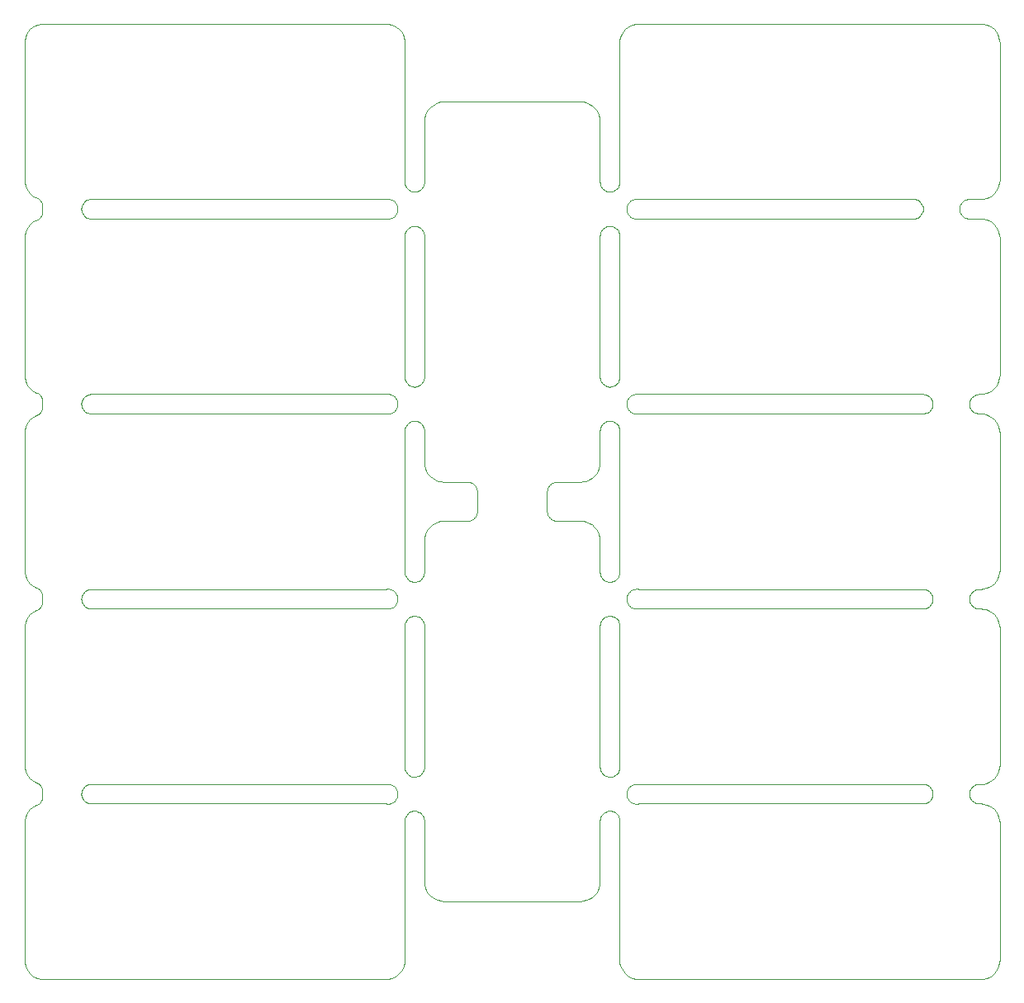
<source format=gko>
%MOIN*%
%OFA0B0*%
%FSLAX44Y44*%
%IPPOS*%
%LPD*%
%ADD10C,0*%
D10*
X00016141Y00029988D02*
X00016141Y00029988D01*
X00016141Y00024341D01*
X00016141Y00024337D01*
X00016141Y00024333D01*
X00016141Y00024330D01*
X00016141Y00024326D01*
X00016141Y00024322D01*
X00016141Y00024318D01*
X00016140Y00024314D01*
X00016140Y00024310D01*
X00016140Y00024306D01*
X00016139Y00024302D01*
X00016139Y00024298D01*
X00016138Y00024294D01*
X00016138Y00024290D01*
X00016137Y00024286D01*
X00016137Y00024282D01*
X00016136Y00024278D01*
X00016136Y00024275D01*
X00016135Y00024271D01*
X00016134Y00024267D01*
X00016133Y00024263D01*
X00016127Y00024230D01*
X00016110Y00024173D01*
X00016086Y00024119D01*
X00016053Y00024069D01*
X00016014Y00024025D01*
X00015968Y00023987D01*
X00015917Y00023957D01*
X00015862Y00023934D01*
X00015804Y00023920D01*
X00015745Y00023915D01*
X00015686Y00023919D01*
X00015628Y00023931D01*
X00015573Y00023953D01*
X00015521Y00023982D01*
X00015474Y00024019D01*
X00015434Y00024062D01*
X00015400Y00024111D01*
X00015374Y00024165D01*
X00015357Y00024221D01*
X00015348Y00024280D01*
X00015348Y00024339D01*
X00015354Y00024409D01*
X00015354Y00029921D01*
X00015348Y00029990D01*
X00015348Y00030050D01*
X00015357Y00030108D01*
X00015374Y00030165D01*
X00015400Y00030219D01*
X00015434Y00030268D01*
X00015474Y00030311D01*
X00015521Y00030348D01*
X00015573Y00030377D01*
X00015628Y00030398D01*
X00015686Y00030411D01*
X00015745Y00030415D01*
X00015804Y00030410D01*
X00015862Y00030396D01*
X00015917Y00030373D01*
X00015968Y00030343D01*
X00016014Y00030305D01*
X00016053Y00030261D01*
X00016086Y00030211D01*
X00016110Y00030157D01*
X00016127Y00030100D01*
X00016133Y00030067D01*
X00016134Y00030063D01*
X00016135Y00030059D01*
X00016136Y00030055D01*
X00016136Y00030051D01*
X00016137Y00030047D01*
X00016137Y00030043D01*
X00016138Y00030040D01*
X00016138Y00030036D01*
X00016139Y00030032D01*
X00016139Y00030028D01*
X00016140Y00030024D01*
X00016140Y00030020D01*
X00016140Y00030016D01*
X00016141Y00030012D01*
X00016141Y00030008D01*
X00016141Y00030004D01*
X00016141Y00030000D01*
X00016141Y00029996D01*
X00016141Y00029992D01*
X00016141Y00029988D01*
X00024733Y00014955D02*
X00024733Y00014955D01*
X00024701Y00014953D01*
X00024668Y00014955D01*
X00024636Y00014959D01*
X00024604Y00014966D01*
X00024573Y00014975D01*
X00024543Y00014987D01*
X00024514Y00015001D01*
X00024486Y00015018D01*
X00024460Y00015037D01*
X00024435Y00015058D01*
X00024412Y00015081D01*
X00024391Y00015106D01*
X00024372Y00015132D01*
X00024356Y00015160D01*
X00024342Y00015189D01*
X00024330Y00015219D01*
X00024321Y00015250D01*
X00024314Y00015282D01*
X00024310Y00015314D01*
X00024309Y00015347D01*
X00024309Y00015360D01*
X00024310Y00015393D01*
X00024314Y00015425D01*
X00024320Y00015457D01*
X00024330Y00015488D01*
X00024341Y00015518D01*
X00024356Y00015547D01*
X00024372Y00015575D01*
X00024391Y00015602D01*
X00024412Y00015627D01*
X00024435Y00015650D01*
X00024460Y00015671D01*
X00024486Y00015690D01*
X00024514Y00015706D01*
X00024543Y00015721D01*
X00024573Y00015732D01*
X00024604Y00015742D01*
X00024636Y00015749D01*
X00024668Y00015753D01*
X00024701Y00015754D01*
X00024733Y00015753D01*
X00024803Y00015748D01*
X00036271Y00015748D01*
X00036271Y00015748D01*
X00036332Y00015743D01*
X00036392Y00015728D01*
X00036450Y00015705D01*
X00036502Y00015672D01*
X00036549Y00015632D01*
X00036589Y00015585D01*
X00036622Y00015533D01*
X00036645Y00015475D01*
X00036660Y00015415D01*
X00036665Y00015354D01*
X00036660Y00015292D01*
X00036645Y00015232D01*
X00036622Y00015175D01*
X00036589Y00015122D01*
X00036549Y00015075D01*
X00036502Y00015035D01*
X00036450Y00015003D01*
X00036392Y00014979D01*
X00036332Y00014965D01*
X00036271Y00014960D01*
X00024803Y00014960D01*
X00024733Y00014955D01*
X00014636Y00015753D02*
X00014636Y00015753D01*
X00014668Y00015754D01*
X00014701Y00015753D01*
X00014733Y00015749D01*
X00014765Y00015742D01*
X00014796Y00015732D01*
X00014826Y00015721D01*
X00014855Y00015706D01*
X00014883Y00015690D01*
X00014909Y00015671D01*
X00014934Y00015650D01*
X00014957Y00015627D01*
X00014978Y00015602D01*
X00014997Y00015575D01*
X00015013Y00015547D01*
X00015028Y00015518D01*
X00015039Y00015488D01*
X00015049Y00015457D01*
X00015055Y00015425D01*
X00015059Y00015393D01*
X00015061Y00015360D01*
X00015061Y00015347D01*
X00015059Y00015314D01*
X00015055Y00015282D01*
X00015048Y00015250D01*
X00015039Y00015219D01*
X00015027Y00015189D01*
X00015013Y00015160D01*
X00014997Y00015132D01*
X00014978Y00015106D01*
X00014957Y00015081D01*
X00014934Y00015058D01*
X00014909Y00015037D01*
X00014883Y00015018D01*
X00014855Y00015001D01*
X00014826Y00014987D01*
X00014796Y00014975D01*
X00014765Y00014966D01*
X00014733Y00014959D01*
X00014701Y00014955D01*
X00014668Y00014953D01*
X00014636Y00014955D01*
X00014566Y00014960D01*
X00002688Y00014960D01*
X00002626Y00014965D01*
X00002566Y00014979D01*
X00002509Y00015003D01*
X00002456Y00015035D01*
X00002409Y00015075D01*
X00002369Y00015122D01*
X00002337Y00015175D01*
X00002313Y00015232D01*
X00002299Y00015292D01*
X00002294Y00015354D01*
X00002299Y00015415D01*
X00002313Y00015475D01*
X00002337Y00015533D01*
X00002369Y00015585D01*
X00002409Y00015632D01*
X00002456Y00015672D01*
X00002509Y00015705D01*
X00002566Y00015728D01*
X00002626Y00015743D01*
X00002688Y00015748D01*
X00002688Y00015748D01*
X00014566Y00015748D01*
X00014636Y00015753D01*
X00024733Y00022829D02*
X00024733Y00022829D01*
X00024701Y00022827D01*
X00024668Y00022829D01*
X00024636Y00022833D01*
X00024604Y00022840D01*
X00024573Y00022849D01*
X00024543Y00022861D01*
X00024514Y00022875D01*
X00024486Y00022892D01*
X00024460Y00022911D01*
X00024435Y00022932D01*
X00024412Y00022955D01*
X00024391Y00022980D01*
X00024372Y00023006D01*
X00024356Y00023034D01*
X00024342Y00023063D01*
X00024330Y00023093D01*
X00024321Y00023125D01*
X00024314Y00023156D01*
X00024310Y00023188D01*
X00024309Y00023221D01*
X00024309Y00023234D01*
X00024310Y00023267D01*
X00024314Y00023299D01*
X00024320Y00023331D01*
X00024330Y00023362D01*
X00024341Y00023392D01*
X00024356Y00023421D01*
X00024372Y00023449D01*
X00024391Y00023476D01*
X00024412Y00023501D01*
X00024435Y00023524D01*
X00024460Y00023545D01*
X00024486Y00023564D01*
X00024514Y00023580D01*
X00024543Y00023595D01*
X00024573Y00023606D01*
X00024604Y00023616D01*
X00024636Y00023623D01*
X00024668Y00023627D01*
X00024701Y00023628D01*
X00024733Y00023627D01*
X00024803Y00023622D01*
X00036271Y00023622D01*
X00036271Y00023622D01*
X00036332Y00023617D01*
X00036392Y00023602D01*
X00036450Y00023579D01*
X00036502Y00023546D01*
X00036549Y00023506D01*
X00036589Y00023459D01*
X00036622Y00023407D01*
X00036645Y00023350D01*
X00036660Y00023289D01*
X00036665Y00023228D01*
X00036660Y00023166D01*
X00036645Y00023106D01*
X00036622Y00023049D01*
X00036589Y00022996D01*
X00036549Y00022949D01*
X00036502Y00022909D01*
X00036450Y00022877D01*
X00036392Y00022853D01*
X00036332Y00022839D01*
X00036271Y00022834D01*
X00024803Y00022834D01*
X00024733Y00022829D01*
X00023228Y00022114D02*
X00023228Y00022114D01*
X00023228Y00022118D01*
X00023228Y00022122D01*
X00023228Y00022126D01*
X00023228Y00022130D01*
X00023228Y00022134D01*
X00023229Y00022138D01*
X00023229Y00022142D01*
X00023229Y00022146D01*
X00023229Y00022150D01*
X00023230Y00022154D01*
X00023230Y00022158D01*
X00023231Y00022162D01*
X00023231Y00022166D01*
X00023232Y00022169D01*
X00023232Y00022173D01*
X00023233Y00022177D01*
X00023234Y00022181D01*
X00023234Y00022185D01*
X00023235Y00022189D01*
X00023236Y00022193D01*
X00023242Y00022226D01*
X00023259Y00022283D01*
X00023283Y00022337D01*
X00023316Y00022387D01*
X00023355Y00022431D01*
X00023401Y00022469D01*
X00023452Y00022499D01*
X00023507Y00022522D01*
X00023565Y00022536D01*
X00023624Y00022541D01*
X00023683Y00022537D01*
X00023741Y00022524D01*
X00023796Y00022503D01*
X00023848Y00022474D01*
X00023895Y00022437D01*
X00023935Y00022394D01*
X00023969Y00022345D01*
X00023995Y00022291D01*
X00024012Y00022234D01*
X00024021Y00022176D01*
X00024021Y00022116D01*
X00024015Y00022047D01*
X00024015Y00016535D01*
X00024021Y00016465D01*
X00024021Y00016406D01*
X00024012Y00016347D01*
X00023995Y00016291D01*
X00023969Y00016237D01*
X00023935Y00016188D01*
X00023895Y00016145D01*
X00023848Y00016108D01*
X00023796Y00016079D01*
X00023741Y00016057D01*
X00023683Y00016045D01*
X00023624Y00016041D01*
X00023565Y00016046D01*
X00023507Y00016060D01*
X00023452Y00016083D01*
X00023401Y00016113D01*
X00023355Y00016151D01*
X00023316Y00016195D01*
X00023283Y00016245D01*
X00023259Y00016299D01*
X00023242Y00016356D01*
X00023236Y00016389D01*
X00023235Y00016393D01*
X00023234Y00016397D01*
X00023234Y00016401D01*
X00023233Y00016404D01*
X00023232Y00016408D01*
X00023232Y00016412D01*
X00023231Y00016416D01*
X00023231Y00016420D01*
X00023230Y00016424D01*
X00023230Y00016428D01*
X00023229Y00016432D01*
X00023229Y00016436D01*
X00023229Y00016440D01*
X00023229Y00016444D01*
X00023228Y00016448D01*
X00023228Y00016452D01*
X00023228Y00016456D01*
X00023228Y00016459D01*
X00023228Y00016463D01*
X00023228Y00016467D01*
X00023228Y00017716D01*
X00023218Y00017839D01*
X00023189Y00017959D01*
X00023142Y00018074D01*
X00023077Y00018179D01*
X00022997Y00018273D01*
X00022903Y00018353D01*
X00022798Y00018418D01*
X00022684Y00018465D01*
X00022564Y00018494D01*
X00022440Y00018503D01*
X00021489Y00018503D01*
X00021458Y00018505D01*
X00021427Y00018508D01*
X00021397Y00018514D01*
X00021367Y00018523D01*
X00021338Y00018533D01*
X00021310Y00018546D01*
X00021283Y00018561D01*
X00021257Y00018579D01*
X00021233Y00018598D01*
X00021210Y00018619D01*
X00021189Y00018641D01*
X00021170Y00018666D01*
X00021153Y00018691D01*
X00021138Y00018718D01*
X00021125Y00018746D01*
X00021114Y00018775D01*
X00021106Y00018805D01*
X00021100Y00018836D01*
X00021096Y00018866D01*
X00021095Y00018897D01*
X00021095Y00019685D01*
X00021096Y00019715D01*
X00021100Y00019746D01*
X00021106Y00019776D01*
X00021114Y00019806D01*
X00021125Y00019835D01*
X00021138Y00019863D01*
X00021153Y00019890D01*
X00021170Y00019916D01*
X00021189Y00019940D01*
X00021210Y00019963D01*
X00021233Y00019984D01*
X00021257Y00020003D01*
X00021283Y00020020D01*
X00021310Y00020035D01*
X00021338Y00020048D01*
X00021367Y00020059D01*
X00021397Y00020067D01*
X00021427Y00020073D01*
X00021458Y00020077D01*
X00021489Y00020078D01*
X00022440Y00020078D01*
X00022564Y00020088D01*
X00022684Y00020117D01*
X00022798Y00020164D01*
X00022903Y00020229D01*
X00022997Y00020309D01*
X00023077Y00020403D01*
X00023142Y00020508D01*
X00023189Y00020622D01*
X00023218Y00020742D01*
X00023228Y00020866D01*
X00023228Y00022114D01*
X00015348Y00022116D02*
X00015348Y00022116D01*
X00015348Y00022176D01*
X00015357Y00022234D01*
X00015374Y00022291D01*
X00015400Y00022345D01*
X00015434Y00022394D01*
X00015474Y00022437D01*
X00015521Y00022474D01*
X00015573Y00022503D01*
X00015628Y00022524D01*
X00015686Y00022537D01*
X00015745Y00022541D01*
X00015804Y00022536D01*
X00015862Y00022522D01*
X00015917Y00022499D01*
X00015968Y00022469D01*
X00016014Y00022431D01*
X00016053Y00022387D01*
X00016086Y00022337D01*
X00016110Y00022283D01*
X00016127Y00022226D01*
X00016133Y00022193D01*
X00016134Y00022189D01*
X00016135Y00022185D01*
X00016136Y00022181D01*
X00016136Y00022177D01*
X00016137Y00022173D01*
X00016137Y00022169D01*
X00016138Y00022166D01*
X00016138Y00022162D01*
X00016139Y00022158D01*
X00016139Y00022154D01*
X00016140Y00022150D01*
X00016140Y00022146D01*
X00016140Y00022142D01*
X00016141Y00022138D01*
X00016141Y00022134D01*
X00016141Y00022130D01*
X00016141Y00022126D01*
X00016141Y00022122D01*
X00016141Y00022118D01*
X00016141Y00022114D01*
X00016141Y00020866D01*
X00016151Y00020742D01*
X00016180Y00020622D01*
X00016227Y00020508D01*
X00016292Y00020403D01*
X00016372Y00020309D01*
X00016466Y00020229D01*
X00016571Y00020164D01*
X00016685Y00020117D01*
X00016805Y00020088D01*
X00016929Y00020078D01*
X00017880Y00020078D01*
X00017911Y00020077D01*
X00017942Y00020073D01*
X00017972Y00020067D01*
X00018002Y00020059D01*
X00018031Y00020048D01*
X00018059Y00020035D01*
X00018086Y00020020D01*
X00018112Y00020003D01*
X00018136Y00019984D01*
X00018159Y00019963D01*
X00018180Y00019940D01*
X00018199Y00019916D01*
X00018216Y00019890D01*
X00018231Y00019863D01*
X00018244Y00019835D01*
X00018255Y00019806D01*
X00018263Y00019776D01*
X00018269Y00019746D01*
X00018273Y00019715D01*
X00018274Y00019685D01*
X00018274Y00018897D01*
X00018273Y00018866D01*
X00018269Y00018836D01*
X00018263Y00018805D01*
X00018255Y00018775D01*
X00018244Y00018746D01*
X00018231Y00018718D01*
X00018216Y00018691D01*
X00018199Y00018666D01*
X00018180Y00018641D01*
X00018159Y00018619D01*
X00018136Y00018598D01*
X00018112Y00018579D01*
X00018086Y00018561D01*
X00018059Y00018546D01*
X00018031Y00018533D01*
X00018002Y00018523D01*
X00017972Y00018514D01*
X00017942Y00018508D01*
X00017911Y00018505D01*
X00017880Y00018503D01*
X00016929Y00018503D01*
X00016805Y00018494D01*
X00016685Y00018465D01*
X00016571Y00018418D01*
X00016466Y00018353D01*
X00016372Y00018273D01*
X00016292Y00018179D01*
X00016227Y00018074D01*
X00016180Y00017959D01*
X00016151Y00017839D01*
X00016141Y00017716D01*
X00016141Y00016467D01*
X00016141Y00016463D01*
X00016141Y00016459D01*
X00016141Y00016456D01*
X00016141Y00016452D01*
X00016141Y00016448D01*
X00016141Y00016444D01*
X00016140Y00016440D01*
X00016140Y00016436D01*
X00016140Y00016432D01*
X00016139Y00016428D01*
X00016139Y00016424D01*
X00016138Y00016420D01*
X00016138Y00016416D01*
X00016137Y00016412D01*
X00016137Y00016408D01*
X00016136Y00016404D01*
X00016136Y00016401D01*
X00016135Y00016397D01*
X00016134Y00016393D01*
X00016133Y00016389D01*
X00016127Y00016356D01*
X00016110Y00016299D01*
X00016086Y00016245D01*
X00016053Y00016195D01*
X00016014Y00016151D01*
X00015968Y00016113D01*
X00015917Y00016083D01*
X00015862Y00016060D01*
X00015804Y00016046D01*
X00015745Y00016041D01*
X00015686Y00016045D01*
X00015628Y00016057D01*
X00015573Y00016079D01*
X00015521Y00016108D01*
X00015474Y00016145D01*
X00015434Y00016188D01*
X00015400Y00016237D01*
X00015374Y00016291D01*
X00015357Y00016347D01*
X00015348Y00016406D01*
X00015348Y00016465D01*
X00015354Y00016535D01*
X00015354Y00022047D01*
X00015348Y00022116D01*
X00014636Y00023627D02*
X00014636Y00023627D01*
X00014668Y00023628D01*
X00014701Y00023627D01*
X00014733Y00023623D01*
X00014765Y00023616D01*
X00014796Y00023606D01*
X00014826Y00023595D01*
X00014855Y00023580D01*
X00014883Y00023564D01*
X00014909Y00023545D01*
X00014934Y00023524D01*
X00014957Y00023501D01*
X00014978Y00023476D01*
X00014997Y00023449D01*
X00015013Y00023421D01*
X00015028Y00023392D01*
X00015039Y00023362D01*
X00015049Y00023331D01*
X00015055Y00023299D01*
X00015059Y00023267D01*
X00015061Y00023234D01*
X00015061Y00023221D01*
X00015059Y00023188D01*
X00015055Y00023156D01*
X00015048Y00023125D01*
X00015039Y00023093D01*
X00015027Y00023063D01*
X00015013Y00023034D01*
X00014997Y00023006D01*
X00014978Y00022980D01*
X00014957Y00022955D01*
X00014934Y00022932D01*
X00014909Y00022911D01*
X00014883Y00022892D01*
X00014855Y00022875D01*
X00014826Y00022861D01*
X00014796Y00022849D01*
X00014765Y00022840D01*
X00014733Y00022833D01*
X00014701Y00022829D01*
X00014668Y00022827D01*
X00014636Y00022829D01*
X00014566Y00022834D01*
X00002688Y00022834D01*
X00002626Y00022839D01*
X00002566Y00022853D01*
X00002509Y00022877D01*
X00002456Y00022909D01*
X00002409Y00022949D01*
X00002369Y00022996D01*
X00002337Y00023049D01*
X00002313Y00023106D01*
X00002299Y00023166D01*
X00002294Y00023228D01*
X00002299Y00023289D01*
X00002313Y00023350D01*
X00002337Y00023407D01*
X00002369Y00023459D01*
X00002409Y00023506D01*
X00002456Y00023546D01*
X00002509Y00023579D01*
X00002566Y00023602D01*
X00002626Y00023617D01*
X00002688Y00023622D01*
X00002688Y00023622D01*
X00014566Y00023622D01*
X00014636Y00023627D01*
X00014636Y00031501D02*
X00014636Y00031501D01*
X00014668Y00031502D01*
X00014701Y00031501D01*
X00014733Y00031497D01*
X00014765Y00031490D01*
X00014796Y00031480D01*
X00014826Y00031469D01*
X00014855Y00031454D01*
X00014883Y00031438D01*
X00014909Y00031419D01*
X00014934Y00031398D01*
X00014957Y00031375D01*
X00014978Y00031350D01*
X00014997Y00031323D01*
X00015013Y00031295D01*
X00015028Y00031266D01*
X00015039Y00031236D01*
X00015049Y00031205D01*
X00015055Y00031173D01*
X00015059Y00031141D01*
X00015061Y00031108D01*
X00015061Y00031095D01*
X00015059Y00031062D01*
X00015055Y00031030D01*
X00015048Y00030999D01*
X00015039Y00030967D01*
X00015027Y00030937D01*
X00015013Y00030908D01*
X00014997Y00030880D01*
X00014978Y00030854D01*
X00014957Y00030829D01*
X00014934Y00030806D01*
X00014909Y00030785D01*
X00014883Y00030766D01*
X00014855Y00030749D01*
X00014826Y00030735D01*
X00014796Y00030723D01*
X00014765Y00030714D01*
X00014733Y00030707D01*
X00014701Y00030703D01*
X00014668Y00030701D01*
X00014636Y00030703D01*
X00014566Y00030708D01*
X00002688Y00030708D01*
X00002626Y00030713D01*
X00002566Y00030727D01*
X00002509Y00030751D01*
X00002456Y00030783D01*
X00002409Y00030823D01*
X00002369Y00030870D01*
X00002337Y00030923D01*
X00002313Y00030980D01*
X00002299Y00031040D01*
X00002294Y00031102D01*
X00002299Y00031163D01*
X00002313Y00031224D01*
X00002337Y00031281D01*
X00002369Y00031333D01*
X00002409Y00031380D01*
X00002456Y00031420D01*
X00002509Y00031453D01*
X00002566Y00031476D01*
X00002626Y00031491D01*
X00002688Y00031496D01*
X00002688Y00031496D01*
X00014566Y00031496D01*
X00014636Y00031501D01*
X00014636Y00007879D02*
X00014636Y00007879D01*
X00014668Y00007880D01*
X00014701Y00007879D01*
X00014733Y00007875D01*
X00014765Y00007868D01*
X00014796Y00007858D01*
X00014826Y00007847D01*
X00014855Y00007832D01*
X00014883Y00007815D01*
X00014909Y00007797D01*
X00014934Y00007776D01*
X00014957Y00007752D01*
X00014978Y00007728D01*
X00014997Y00007701D01*
X00015013Y00007673D01*
X00015028Y00007644D01*
X00015039Y00007614D01*
X00015049Y00007583D01*
X00015055Y00007551D01*
X00015059Y00007519D01*
X00015061Y00007486D01*
X00015061Y00007473D01*
X00015059Y00007440D01*
X00015055Y00007408D01*
X00015048Y00007376D01*
X00015039Y00007345D01*
X00015027Y00007315D01*
X00015013Y00007286D01*
X00014997Y00007258D01*
X00014978Y00007232D01*
X00014957Y00007207D01*
X00014934Y00007184D01*
X00014909Y00007163D01*
X00014883Y00007144D01*
X00014855Y00007127D01*
X00014826Y00007113D01*
X00014796Y00007101D01*
X00014765Y00007092D01*
X00014733Y00007085D01*
X00014701Y00007081D01*
X00014668Y00007079D01*
X00014636Y00007081D01*
X00014566Y00007086D01*
X00002688Y00007086D01*
X00002626Y00007091D01*
X00002566Y00007105D01*
X00002509Y00007129D01*
X00002456Y00007161D01*
X00002409Y00007201D01*
X00002369Y00007248D01*
X00002337Y00007301D01*
X00002313Y00007358D01*
X00002299Y00007418D01*
X00002294Y00007480D01*
X00002299Y00007541D01*
X00002313Y00007601D01*
X00002337Y00007659D01*
X00002369Y00007711D01*
X00002409Y00007758D01*
X00002456Y00007798D01*
X00002509Y00007831D01*
X00002566Y00007854D01*
X00002626Y00007869D01*
X00002688Y00007874D01*
X00002688Y00007874D01*
X00014566Y00007874D01*
X00014636Y00007879D01*
X00016141Y00008593D02*
X00016141Y00008593D01*
X00016141Y00008589D01*
X00016141Y00008585D01*
X00016141Y00008582D01*
X00016141Y00008578D01*
X00016141Y00008574D01*
X00016141Y00008570D01*
X00016140Y00008566D01*
X00016140Y00008562D01*
X00016140Y00008558D01*
X00016139Y00008554D01*
X00016139Y00008550D01*
X00016138Y00008546D01*
X00016138Y00008542D01*
X00016137Y00008538D01*
X00016137Y00008534D01*
X00016136Y00008530D01*
X00016136Y00008527D01*
X00016135Y00008523D01*
X00016134Y00008519D01*
X00016133Y00008515D01*
X00016127Y00008482D01*
X00016110Y00008425D01*
X00016086Y00008371D01*
X00016053Y00008321D01*
X00016014Y00008277D01*
X00015968Y00008239D01*
X00015917Y00008208D01*
X00015862Y00008186D01*
X00015804Y00008172D01*
X00015745Y00008167D01*
X00015686Y00008171D01*
X00015628Y00008183D01*
X00015573Y00008205D01*
X00015521Y00008234D01*
X00015474Y00008271D01*
X00015434Y00008314D01*
X00015400Y00008363D01*
X00015374Y00008417D01*
X00015357Y00008473D01*
X00015348Y00008532D01*
X00015348Y00008591D01*
X00015354Y00008661D01*
X00015354Y00014173D01*
X00015348Y00014242D01*
X00015348Y00014302D01*
X00015357Y00014360D01*
X00015374Y00014417D01*
X00015400Y00014471D01*
X00015434Y00014520D01*
X00015474Y00014563D01*
X00015521Y00014600D01*
X00015573Y00014629D01*
X00015628Y00014650D01*
X00015686Y00014663D01*
X00015745Y00014667D01*
X00015804Y00014662D01*
X00015862Y00014648D01*
X00015917Y00014625D01*
X00015968Y00014595D01*
X00016014Y00014557D01*
X00016053Y00014513D01*
X00016086Y00014463D01*
X00016110Y00014409D01*
X00016127Y00014352D01*
X00016133Y00014319D01*
X00016134Y00014315D01*
X00016135Y00014311D01*
X00016136Y00014307D01*
X00016136Y00014303D01*
X00016137Y00014299D01*
X00016137Y00014295D01*
X00016138Y00014292D01*
X00016138Y00014288D01*
X00016139Y00014284D01*
X00016139Y00014280D01*
X00016140Y00014276D01*
X00016140Y00014272D01*
X00016140Y00014268D01*
X00016141Y00014264D01*
X00016141Y00014260D01*
X00016141Y00014256D01*
X00016141Y00014252D01*
X00016141Y00014248D01*
X00016141Y00014244D01*
X00016141Y00014240D01*
X00016141Y00008593D01*
X00024733Y00007081D02*
X00024733Y00007081D01*
X00024701Y00007079D01*
X00024668Y00007081D01*
X00024636Y00007085D01*
X00024604Y00007092D01*
X00024573Y00007101D01*
X00024543Y00007113D01*
X00024514Y00007127D01*
X00024486Y00007144D01*
X00024460Y00007163D01*
X00024435Y00007184D01*
X00024412Y00007207D01*
X00024391Y00007232D01*
X00024372Y00007258D01*
X00024356Y00007286D01*
X00024342Y00007315D01*
X00024330Y00007345D01*
X00024321Y00007376D01*
X00024314Y00007408D01*
X00024310Y00007440D01*
X00024309Y00007473D01*
X00024309Y00007486D01*
X00024310Y00007519D01*
X00024314Y00007551D01*
X00024320Y00007583D01*
X00024330Y00007614D01*
X00024341Y00007644D01*
X00024356Y00007673D01*
X00024372Y00007701D01*
X00024391Y00007728D01*
X00024412Y00007752D01*
X00024435Y00007776D01*
X00024460Y00007797D01*
X00024486Y00007815D01*
X00024514Y00007832D01*
X00024543Y00007847D01*
X00024573Y00007858D01*
X00024604Y00007868D01*
X00024636Y00007875D01*
X00024668Y00007879D01*
X00024701Y00007880D01*
X00024733Y00007879D01*
X00024803Y00007874D01*
X00036271Y00007874D01*
X00036271Y00007874D01*
X00036332Y00007869D01*
X00036392Y00007854D01*
X00036450Y00007831D01*
X00036502Y00007798D01*
X00036549Y00007758D01*
X00036589Y00007711D01*
X00036622Y00007659D01*
X00036645Y00007601D01*
X00036660Y00007541D01*
X00036665Y00007480D01*
X00036660Y00007418D01*
X00036645Y00007358D01*
X00036622Y00007301D01*
X00036589Y00007248D01*
X00036549Y00007201D01*
X00036502Y00007161D01*
X00036450Y00007129D01*
X00036392Y00007105D01*
X00036332Y00007091D01*
X00036271Y00007086D01*
X00024803Y00007086D01*
X00024733Y00007081D01*
X00024021Y00008591D02*
X00024021Y00008591D01*
X00024021Y00008532D01*
X00024012Y00008473D01*
X00023995Y00008417D01*
X00023969Y00008363D01*
X00023935Y00008314D01*
X00023895Y00008271D01*
X00023848Y00008234D01*
X00023796Y00008205D01*
X00023741Y00008183D01*
X00023683Y00008171D01*
X00023624Y00008167D01*
X00023565Y00008172D01*
X00023507Y00008186D01*
X00023452Y00008208D01*
X00023401Y00008239D01*
X00023355Y00008277D01*
X00023316Y00008321D01*
X00023283Y00008371D01*
X00023259Y00008425D01*
X00023242Y00008482D01*
X00023236Y00008515D01*
X00023235Y00008519D01*
X00023234Y00008523D01*
X00023234Y00008527D01*
X00023233Y00008530D01*
X00023232Y00008534D01*
X00023232Y00008538D01*
X00023231Y00008542D01*
X00023231Y00008546D01*
X00023230Y00008550D01*
X00023230Y00008554D01*
X00023229Y00008558D01*
X00023229Y00008562D01*
X00023229Y00008566D01*
X00023229Y00008570D01*
X00023228Y00008574D01*
X00023228Y00008578D01*
X00023228Y00008582D01*
X00023228Y00008585D01*
X00023228Y00008589D01*
X00023228Y00008593D01*
X00023228Y00014240D01*
X00023228Y00014244D01*
X00023228Y00014248D01*
X00023228Y00014252D01*
X00023228Y00014256D01*
X00023228Y00014260D01*
X00023229Y00014264D01*
X00023229Y00014268D01*
X00023229Y00014272D01*
X00023229Y00014276D01*
X00023230Y00014280D01*
X00023230Y00014284D01*
X00023231Y00014288D01*
X00023231Y00014292D01*
X00023232Y00014295D01*
X00023232Y00014299D01*
X00023233Y00014303D01*
X00023234Y00014307D01*
X00023234Y00014311D01*
X00023235Y00014315D01*
X00023236Y00014319D01*
X00023242Y00014352D01*
X00023259Y00014409D01*
X00023283Y00014463D01*
X00023316Y00014513D01*
X00023355Y00014557D01*
X00023401Y00014595D01*
X00023452Y00014625D01*
X00023507Y00014648D01*
X00023565Y00014662D01*
X00023624Y00014667D01*
X00023683Y00014663D01*
X00023741Y00014650D01*
X00023796Y00014629D01*
X00023848Y00014600D01*
X00023895Y00014563D01*
X00023935Y00014520D01*
X00023969Y00014471D01*
X00023995Y00014417D01*
X00024012Y00014360D01*
X00024021Y00014302D01*
X00024021Y00014242D01*
X00024015Y00014173D01*
X00024015Y00008661D01*
X00024021Y00008591D01*
X00024733Y00030703D02*
X00024733Y00030703D01*
X00024701Y00030701D01*
X00024668Y00030703D01*
X00024636Y00030707D01*
X00024604Y00030714D01*
X00024573Y00030723D01*
X00024543Y00030735D01*
X00024514Y00030749D01*
X00024486Y00030766D01*
X00024460Y00030785D01*
X00024435Y00030806D01*
X00024412Y00030829D01*
X00024391Y00030854D01*
X00024372Y00030880D01*
X00024356Y00030908D01*
X00024342Y00030937D01*
X00024330Y00030967D01*
X00024321Y00030999D01*
X00024314Y00031030D01*
X00024310Y00031062D01*
X00024309Y00031095D01*
X00024309Y00031108D01*
X00024310Y00031141D01*
X00024314Y00031173D01*
X00024320Y00031205D01*
X00024330Y00031236D01*
X00024341Y00031266D01*
X00024356Y00031295D01*
X00024372Y00031323D01*
X00024391Y00031350D01*
X00024412Y00031375D01*
X00024435Y00031398D01*
X00024460Y00031419D01*
X00024486Y00031438D01*
X00024514Y00031454D01*
X00024543Y00031469D01*
X00024573Y00031480D01*
X00024604Y00031490D01*
X00024636Y00031497D01*
X00024668Y00031501D01*
X00024701Y00031502D01*
X00024733Y00031501D01*
X00024803Y00031496D01*
X00035877Y00031496D01*
X00035877Y00031496D01*
X00035939Y00031491D01*
X00035999Y00031476D01*
X00036056Y00031453D01*
X00036109Y00031420D01*
X00036156Y00031380D01*
X00036196Y00031333D01*
X00036228Y00031281D01*
X00036252Y00031224D01*
X00036266Y00031163D01*
X00036271Y00031102D01*
X00036266Y00031040D01*
X00036252Y00030980D01*
X00036228Y00030923D01*
X00036196Y00030870D01*
X00036156Y00030823D01*
X00036109Y00030783D01*
X00036056Y00030751D01*
X00035999Y00030727D01*
X00035939Y00030713D01*
X00035877Y00030708D01*
X00024803Y00030708D01*
X00024733Y00030703D01*
X00023228Y00029988D02*
X00023228Y00029988D01*
X00023228Y00029992D01*
X00023228Y00029996D01*
X00023228Y00030000D01*
X00023228Y00030004D01*
X00023228Y00030008D01*
X00023229Y00030012D01*
X00023229Y00030016D01*
X00023229Y00030020D01*
X00023229Y00030024D01*
X00023230Y00030028D01*
X00023230Y00030032D01*
X00023231Y00030036D01*
X00023231Y00030040D01*
X00023232Y00030043D01*
X00023232Y00030047D01*
X00023233Y00030051D01*
X00023234Y00030055D01*
X00023234Y00030059D01*
X00023235Y00030063D01*
X00023236Y00030067D01*
X00023242Y00030100D01*
X00023259Y00030157D01*
X00023283Y00030211D01*
X00023316Y00030261D01*
X00023355Y00030305D01*
X00023401Y00030343D01*
X00023452Y00030373D01*
X00023507Y00030396D01*
X00023565Y00030410D01*
X00023624Y00030415D01*
X00023683Y00030411D01*
X00023741Y00030398D01*
X00023796Y00030377D01*
X00023848Y00030348D01*
X00023895Y00030311D01*
X00023935Y00030268D01*
X00023969Y00030219D01*
X00023995Y00030165D01*
X00024012Y00030108D01*
X00024021Y00030050D01*
X00024021Y00029990D01*
X00024015Y00029921D01*
X00024015Y00024409D01*
X00024021Y00024339D01*
X00024021Y00024280D01*
X00024012Y00024221D01*
X00023995Y00024165D01*
X00023969Y00024111D01*
X00023935Y00024062D01*
X00023895Y00024019D01*
X00023848Y00023982D01*
X00023796Y00023953D01*
X00023741Y00023931D01*
X00023683Y00023919D01*
X00023624Y00023915D01*
X00023565Y00023920D01*
X00023507Y00023934D01*
X00023452Y00023957D01*
X00023401Y00023987D01*
X00023355Y00024025D01*
X00023316Y00024069D01*
X00023283Y00024119D01*
X00023259Y00024173D01*
X00023242Y00024230D01*
X00023236Y00024263D01*
X00023235Y00024267D01*
X00023234Y00024271D01*
X00023234Y00024275D01*
X00023233Y00024278D01*
X00023232Y00024282D01*
X00023232Y00024286D01*
X00023231Y00024290D01*
X00023231Y00024294D01*
X00023230Y00024298D01*
X00023230Y00024302D01*
X00023229Y00024306D01*
X00023229Y00024310D01*
X00023229Y00024314D01*
X00023229Y00024318D01*
X00023228Y00024322D01*
X00023228Y00024326D01*
X00023228Y00024330D01*
X00023228Y00024333D01*
X00023228Y00024337D01*
X00023228Y00024341D01*
X00023228Y00029988D01*
X00024021Y00032213D02*
X00024021Y00032213D01*
X00024021Y00032154D01*
X00024012Y00032095D01*
X00023995Y00032039D01*
X00023969Y00031985D01*
X00023935Y00031936D01*
X00023895Y00031893D01*
X00023848Y00031856D01*
X00023796Y00031827D01*
X00023741Y00031805D01*
X00023683Y00031793D01*
X00023624Y00031789D01*
X00023565Y00031794D01*
X00023507Y00031808D01*
X00023452Y00031831D01*
X00023401Y00031861D01*
X00023355Y00031899D01*
X00023316Y00031943D01*
X00023283Y00031993D01*
X00023259Y00032047D01*
X00023242Y00032104D01*
X00023236Y00032137D01*
X00023235Y00032141D01*
X00023234Y00032145D01*
X00023234Y00032149D01*
X00023233Y00032152D01*
X00023232Y00032156D01*
X00023232Y00032160D01*
X00023231Y00032164D01*
X00023231Y00032168D01*
X00023230Y00032172D01*
X00023230Y00032176D01*
X00023229Y00032180D01*
X00023229Y00032184D01*
X00023229Y00032188D01*
X00023229Y00032192D01*
X00023228Y00032196D01*
X00023228Y00032200D01*
X00023228Y00032204D01*
X00023228Y00032208D01*
X00023228Y00032211D01*
X00023228Y00032215D01*
X00023228Y00034645D01*
X00023218Y00034768D01*
X00023189Y00034888D01*
X00023142Y00035003D01*
X00023077Y00035108D01*
X00022997Y00035202D01*
X00022903Y00035282D01*
X00022798Y00035347D01*
X00022684Y00035394D01*
X00022564Y00035423D01*
X00022440Y00035433D01*
X00016929Y00035433D01*
X00016805Y00035423D01*
X00016685Y00035394D01*
X00016571Y00035347D01*
X00016466Y00035282D01*
X00016372Y00035202D01*
X00016292Y00035108D01*
X00016227Y00035003D01*
X00016180Y00034888D01*
X00016151Y00034768D01*
X00016141Y00034645D01*
X00016141Y00032215D01*
X00016141Y00032211D01*
X00016141Y00032208D01*
X00016141Y00032204D01*
X00016141Y00032200D01*
X00016141Y00032196D01*
X00016141Y00032192D01*
X00016140Y00032188D01*
X00016140Y00032184D01*
X00016140Y00032180D01*
X00016139Y00032176D01*
X00016139Y00032172D01*
X00016138Y00032168D01*
X00016138Y00032164D01*
X00016137Y00032160D01*
X00016137Y00032156D01*
X00016136Y00032152D01*
X00016136Y00032149D01*
X00016135Y00032145D01*
X00016134Y00032141D01*
X00016133Y00032137D01*
X00016127Y00032104D01*
X00016110Y00032047D01*
X00016086Y00031993D01*
X00016053Y00031943D01*
X00016014Y00031899D01*
X00015968Y00031861D01*
X00015917Y00031831D01*
X00015862Y00031808D01*
X00015804Y00031794D01*
X00015745Y00031789D01*
X00015686Y00031793D01*
X00015628Y00031805D01*
X00015573Y00031827D01*
X00015521Y00031856D01*
X00015474Y00031893D01*
X00015434Y00031936D01*
X00015400Y00031985D01*
X00015374Y00032039D01*
X00015357Y00032095D01*
X00015348Y00032154D01*
X00015348Y00032213D01*
X00015354Y00032283D01*
X00015354Y00037795D01*
X00015344Y00037918D01*
X00015315Y00038038D01*
X00015268Y00038152D01*
X00015203Y00038258D01*
X00015123Y00038352D01*
X00015029Y00038432D01*
X00014924Y00038496D01*
X00014810Y00038544D01*
X00014690Y00038572D01*
X00014566Y00038582D01*
X00000787Y00038582D01*
X00000664Y00038572D01*
X00000544Y00038544D01*
X00000429Y00038496D01*
X00000324Y00038432D01*
X00000230Y00038352D01*
X00000150Y00038258D01*
X00000085Y00038152D01*
X00000038Y00038038D01*
X00000009Y00037918D01*
X00000000Y00037795D01*
X00000000Y00032283D01*
X00000009Y00032160D01*
X00000038Y00032040D01*
X00000085Y00031925D01*
X00000150Y00031820D01*
X00000230Y00031726D01*
X00000324Y00031646D01*
X00000429Y00031581D01*
X00000485Y00031558D01*
X00000485Y00031558D01*
X00000506Y00031549D01*
X00000527Y00031538D01*
X00000547Y00031526D01*
X00000566Y00031513D01*
X00000584Y00031499D01*
X00000602Y00031484D01*
X00000618Y00031468D01*
X00000634Y00031450D01*
X00000648Y00031432D01*
X00000662Y00031413D01*
X00000674Y00031394D01*
X00000685Y00031373D01*
X00000695Y00031352D01*
X00000704Y00031331D01*
X00000711Y00031309D01*
X00000717Y00031287D01*
X00000722Y00031264D01*
X00000725Y00031241D01*
X00000727Y00031218D01*
X00000728Y00031195D01*
X00000728Y00031009D01*
X00000727Y00030986D01*
X00000725Y00030963D01*
X00000722Y00030940D01*
X00000717Y00030917D01*
X00000711Y00030895D01*
X00000704Y00030873D01*
X00000695Y00030851D01*
X00000685Y00030830D01*
X00000674Y00030810D01*
X00000662Y00030790D01*
X00000648Y00030771D01*
X00000634Y00030753D01*
X00000618Y00030736D01*
X00000602Y00030720D01*
X00000584Y00030705D01*
X00000566Y00030691D01*
X00000547Y00030678D01*
X00000527Y00030666D01*
X00000506Y00030655D01*
X00000485Y00030645D01*
X00000485Y00030645D01*
X00000429Y00030622D01*
X00000324Y00030558D01*
X00000230Y00030478D01*
X00000150Y00030384D01*
X00000085Y00030278D01*
X00000038Y00030164D01*
X00000009Y00030044D01*
X00000000Y00029921D01*
X00000000Y00024409D01*
X00000009Y00024286D01*
X00000038Y00024166D01*
X00000085Y00024051D01*
X00000150Y00023946D01*
X00000230Y00023852D01*
X00000324Y00023772D01*
X00000429Y00023707D01*
X00000485Y00023684D01*
X00000485Y00023684D01*
X00000506Y00023675D01*
X00000527Y00023664D01*
X00000547Y00023652D01*
X00000566Y00023639D01*
X00000584Y00023625D01*
X00000602Y00023610D01*
X00000618Y00023593D01*
X00000634Y00023576D01*
X00000648Y00023558D01*
X00000662Y00023539D01*
X00000674Y00023520D01*
X00000685Y00023499D01*
X00000695Y00023478D01*
X00000704Y00023457D01*
X00000711Y00023435D01*
X00000717Y00023413D01*
X00000722Y00023390D01*
X00000725Y00023367D01*
X00000727Y00023344D01*
X00000728Y00023321D01*
X00000728Y00023135D01*
X00000727Y00023112D01*
X00000725Y00023089D01*
X00000722Y00023066D01*
X00000717Y00023043D01*
X00000711Y00023021D01*
X00000704Y00022999D01*
X00000695Y00022977D01*
X00000685Y00022956D01*
X00000674Y00022936D01*
X00000662Y00022916D01*
X00000648Y00022897D01*
X00000634Y00022879D01*
X00000618Y00022862D01*
X00000602Y00022846D01*
X00000584Y00022831D01*
X00000566Y00022817D01*
X00000547Y00022803D01*
X00000527Y00022792D01*
X00000506Y00022781D01*
X00000485Y00022771D01*
X00000485Y00022771D01*
X00000429Y00022748D01*
X00000324Y00022684D01*
X00000230Y00022604D01*
X00000150Y00022510D01*
X00000085Y00022404D01*
X00000038Y00022290D01*
X00000009Y00022170D01*
X00000000Y00022047D01*
X00000000Y00016535D01*
X00000009Y00016412D01*
X00000038Y00016292D01*
X00000085Y00016177D01*
X00000150Y00016072D01*
X00000230Y00015978D01*
X00000324Y00015898D01*
X00000429Y00015833D01*
X00000485Y00015810D01*
X00000485Y00015810D01*
X00000506Y00015801D01*
X00000527Y00015790D01*
X00000547Y00015778D01*
X00000566Y00015765D01*
X00000584Y00015751D01*
X00000602Y00015736D01*
X00000618Y00015719D01*
X00000634Y00015702D01*
X00000648Y00015684D01*
X00000662Y00015665D01*
X00000674Y00015646D01*
X00000685Y00015625D01*
X00000695Y00015604D01*
X00000704Y00015583D01*
X00000711Y00015561D01*
X00000717Y00015538D01*
X00000722Y00015516D01*
X00000725Y00015493D01*
X00000727Y00015470D01*
X00000728Y00015447D01*
X00000728Y00015261D01*
X00000727Y00015238D01*
X00000725Y00015215D01*
X00000722Y00015192D01*
X00000717Y00015169D01*
X00000711Y00015147D01*
X00000704Y00015125D01*
X00000695Y00015103D01*
X00000685Y00015082D01*
X00000674Y00015062D01*
X00000662Y00015042D01*
X00000648Y00015023D01*
X00000634Y00015005D01*
X00000618Y00014988D01*
X00000602Y00014972D01*
X00000584Y00014957D01*
X00000566Y00014943D01*
X00000547Y00014929D01*
X00000527Y00014918D01*
X00000506Y00014907D01*
X00000485Y00014897D01*
X00000485Y00014897D01*
X00000429Y00014874D01*
X00000324Y00014810D01*
X00000230Y00014730D01*
X00000150Y00014636D01*
X00000085Y00014530D01*
X00000038Y00014416D01*
X00000009Y00014296D01*
X00000000Y00014173D01*
X00000000Y00008661D01*
X00000009Y00008538D01*
X00000038Y00008418D01*
X00000085Y00008303D01*
X00000150Y00008198D01*
X00000230Y00008104D01*
X00000324Y00008024D01*
X00000429Y00007959D01*
X00000485Y00007936D01*
X00000485Y00007936D01*
X00000506Y00007927D01*
X00000527Y00007916D01*
X00000547Y00007904D01*
X00000566Y00007891D01*
X00000584Y00007877D01*
X00000602Y00007862D01*
X00000618Y00007845D01*
X00000634Y00007828D01*
X00000648Y00007810D01*
X00000662Y00007791D01*
X00000674Y00007772D01*
X00000685Y00007751D01*
X00000695Y00007730D01*
X00000704Y00007709D01*
X00000711Y00007687D01*
X00000717Y00007664D01*
X00000722Y00007642D01*
X00000725Y00007619D01*
X00000727Y00007596D01*
X00000728Y00007573D01*
X00000728Y00007387D01*
X00000727Y00007364D01*
X00000725Y00007341D01*
X00000722Y00007318D01*
X00000717Y00007295D01*
X00000711Y00007273D01*
X00000704Y00007251D01*
X00000695Y00007229D01*
X00000685Y00007208D01*
X00000674Y00007188D01*
X00000662Y00007168D01*
X00000648Y00007149D01*
X00000634Y00007131D01*
X00000618Y00007114D01*
X00000602Y00007098D01*
X00000584Y00007083D01*
X00000566Y00007069D01*
X00000547Y00007055D01*
X00000527Y00007044D01*
X00000506Y00007033D01*
X00000485Y00007023D01*
X00000485Y00007023D01*
X00000429Y00007000D01*
X00000324Y00006936D01*
X00000230Y00006855D01*
X00000150Y00006762D01*
X00000085Y00006656D01*
X00000038Y00006542D01*
X00000009Y00006422D01*
X00000000Y00006299D01*
X00000000Y00000787D01*
X00000009Y00000664D01*
X00000038Y00000544D01*
X00000085Y00000429D01*
X00000150Y00000324D01*
X00000230Y00000230D01*
X00000324Y00000150D01*
X00000429Y00000085D01*
X00000544Y00000038D01*
X00000664Y00000009D01*
X00000787Y00000000D01*
X00014566Y00000000D01*
X00014690Y00000009D01*
X00014810Y00000038D01*
X00014924Y00000085D01*
X00015029Y00000150D01*
X00015123Y00000230D01*
X00015203Y00000324D01*
X00015268Y00000429D01*
X00015315Y00000544D01*
X00015344Y00000664D01*
X00015354Y00000787D01*
X00015354Y00006299D01*
X00015348Y00006368D01*
X00015348Y00006428D01*
X00015357Y00006486D01*
X00015374Y00006543D01*
X00015400Y00006597D01*
X00015434Y00006646D01*
X00015474Y00006689D01*
X00015521Y00006726D01*
X00015573Y00006755D01*
X00015628Y00006776D01*
X00015686Y00006789D01*
X00015745Y00006793D01*
X00015804Y00006788D01*
X00015862Y00006774D01*
X00015917Y00006751D01*
X00015968Y00006721D01*
X00016014Y00006683D01*
X00016053Y00006639D01*
X00016086Y00006589D01*
X00016110Y00006535D01*
X00016127Y00006478D01*
X00016133Y00006445D01*
X00016134Y00006441D01*
X00016135Y00006437D01*
X00016136Y00006433D01*
X00016136Y00006429D01*
X00016137Y00006425D01*
X00016137Y00006421D01*
X00016138Y00006417D01*
X00016138Y00006414D01*
X00016139Y00006410D01*
X00016139Y00006406D01*
X00016140Y00006402D01*
X00016140Y00006398D01*
X00016140Y00006394D01*
X00016141Y00006390D01*
X00016141Y00006386D01*
X00016141Y00006382D01*
X00016141Y00006378D01*
X00016141Y00006374D01*
X00016141Y00006370D01*
X00016141Y00006366D01*
X00016141Y00003937D01*
X00016151Y00003813D01*
X00016180Y00003693D01*
X00016227Y00003579D01*
X00016292Y00003474D01*
X00016372Y00003380D01*
X00016466Y00003299D01*
X00016571Y00003235D01*
X00016685Y00003188D01*
X00016805Y00003159D01*
X00016929Y00003149D01*
X00022440Y00003149D01*
X00022564Y00003159D01*
X00022684Y00003188D01*
X00022798Y00003235D01*
X00022903Y00003299D01*
X00022997Y00003380D01*
X00023077Y00003474D01*
X00023142Y00003579D01*
X00023189Y00003693D01*
X00023218Y00003813D01*
X00023228Y00003937D01*
X00023228Y00006366D01*
X00023228Y00006370D01*
X00023228Y00006374D01*
X00023228Y00006378D01*
X00023228Y00006382D01*
X00023228Y00006386D01*
X00023229Y00006390D01*
X00023229Y00006394D01*
X00023229Y00006398D01*
X00023229Y00006402D01*
X00023230Y00006406D01*
X00023230Y00006410D01*
X00023231Y00006414D01*
X00023231Y00006417D01*
X00023232Y00006421D01*
X00023232Y00006425D01*
X00023233Y00006429D01*
X00023234Y00006433D01*
X00023234Y00006437D01*
X00023235Y00006441D01*
X00023236Y00006445D01*
X00023242Y00006478D01*
X00023259Y00006535D01*
X00023283Y00006589D01*
X00023316Y00006639D01*
X00023355Y00006683D01*
X00023401Y00006721D01*
X00023452Y00006751D01*
X00023507Y00006774D01*
X00023565Y00006788D01*
X00023624Y00006793D01*
X00023683Y00006789D01*
X00023741Y00006776D01*
X00023796Y00006755D01*
X00023848Y00006726D01*
X00023895Y00006689D01*
X00023935Y00006646D01*
X00023969Y00006597D01*
X00023995Y00006543D01*
X00024012Y00006486D01*
X00024021Y00006428D01*
X00024021Y00006368D01*
X00024015Y00006299D01*
X00024015Y00000787D01*
X00024025Y00000664D01*
X00024054Y00000544D01*
X00024101Y00000429D01*
X00024166Y00000324D01*
X00024246Y00000230D01*
X00024340Y00000150D01*
X00024445Y00000085D01*
X00024559Y00000038D01*
X00024679Y00000009D01*
X00024803Y00000000D01*
X00038582Y00000000D01*
X00038705Y00000009D01*
X00038825Y00000038D01*
X00038940Y00000085D01*
X00039045Y00000150D01*
X00039139Y00000230D01*
X00039219Y00000324D01*
X00039284Y00000429D01*
X00039331Y00000544D01*
X00039360Y00000664D01*
X00039370Y00000787D01*
X00039370Y00006299D01*
X00039360Y00006422D01*
X00039331Y00006542D01*
X00039284Y00006656D01*
X00039219Y00006762D01*
X00039139Y00006855D01*
X00039045Y00006936D01*
X00038940Y00007000D01*
X00038825Y00007048D01*
X00038705Y00007076D01*
X00038582Y00007086D01*
X00038531Y00007086D01*
X00038470Y00007091D01*
X00038410Y00007105D01*
X00038353Y00007129D01*
X00038300Y00007161D01*
X00038253Y00007201D01*
X00038213Y00007248D01*
X00038181Y00007301D01*
X00038157Y00007358D01*
X00038142Y00007418D01*
X00038138Y00007480D01*
X00038142Y00007541D01*
X00038157Y00007601D01*
X00038181Y00007659D01*
X00038213Y00007711D01*
X00038253Y00007758D01*
X00038300Y00007798D01*
X00038353Y00007831D01*
X00038410Y00007854D01*
X00038470Y00007869D01*
X00038531Y00007874D01*
X00038531Y00007874D01*
X00038582Y00007874D01*
X00038705Y00007883D01*
X00038825Y00007912D01*
X00038940Y00007959D01*
X00039045Y00008024D01*
X00039139Y00008104D01*
X00039219Y00008198D01*
X00039284Y00008303D01*
X00039331Y00008418D01*
X00039360Y00008538D01*
X00039370Y00008661D01*
X00039370Y00014173D01*
X00039360Y00014296D01*
X00039331Y00014416D01*
X00039284Y00014530D01*
X00039219Y00014636D01*
X00039139Y00014730D01*
X00039045Y00014810D01*
X00038940Y00014874D01*
X00038825Y00014922D01*
X00038705Y00014950D01*
X00038582Y00014960D01*
X00038531Y00014960D01*
X00038470Y00014965D01*
X00038410Y00014979D01*
X00038353Y00015003D01*
X00038300Y00015035D01*
X00038253Y00015075D01*
X00038213Y00015122D01*
X00038181Y00015175D01*
X00038157Y00015232D01*
X00038142Y00015292D01*
X00038138Y00015354D01*
X00038142Y00015415D01*
X00038157Y00015475D01*
X00038181Y00015533D01*
X00038213Y00015585D01*
X00038253Y00015632D01*
X00038300Y00015672D01*
X00038353Y00015705D01*
X00038410Y00015728D01*
X00038470Y00015743D01*
X00038531Y00015748D01*
X00038531Y00015748D01*
X00038582Y00015748D01*
X00038705Y00015757D01*
X00038825Y00015786D01*
X00038940Y00015833D01*
X00039045Y00015898D01*
X00039139Y00015978D01*
X00039219Y00016072D01*
X00039284Y00016177D01*
X00039331Y00016292D01*
X00039360Y00016412D01*
X00039370Y00016535D01*
X00039370Y00022047D01*
X00039360Y00022170D01*
X00039331Y00022290D01*
X00039284Y00022404D01*
X00039219Y00022510D01*
X00039139Y00022604D01*
X00039045Y00022684D01*
X00038940Y00022748D01*
X00038825Y00022796D01*
X00038705Y00022824D01*
X00038582Y00022834D01*
X00038531Y00022834D01*
X00038470Y00022839D01*
X00038410Y00022853D01*
X00038353Y00022877D01*
X00038300Y00022909D01*
X00038253Y00022949D01*
X00038213Y00022996D01*
X00038181Y00023049D01*
X00038157Y00023106D01*
X00038142Y00023166D01*
X00038138Y00023228D01*
X00038142Y00023289D01*
X00038157Y00023350D01*
X00038181Y00023407D01*
X00038213Y00023459D01*
X00038253Y00023506D01*
X00038300Y00023546D01*
X00038353Y00023579D01*
X00038410Y00023602D01*
X00038470Y00023617D01*
X00038531Y00023622D01*
X00038531Y00023622D01*
X00038582Y00023622D01*
X00038705Y00023631D01*
X00038825Y00023660D01*
X00038940Y00023707D01*
X00039045Y00023772D01*
X00039139Y00023852D01*
X00039219Y00023946D01*
X00039284Y00024051D01*
X00039331Y00024166D01*
X00039360Y00024286D01*
X00039370Y00024409D01*
X00039370Y00029921D01*
X00039360Y00030044D01*
X00039331Y00030164D01*
X00039284Y00030278D01*
X00039219Y00030384D01*
X00039139Y00030478D01*
X00039045Y00030558D01*
X00038940Y00030622D01*
X00038825Y00030670D01*
X00038705Y00030698D01*
X00038582Y00030708D01*
X00038138Y00030708D01*
X00038076Y00030713D01*
X00038016Y00030727D01*
X00037959Y00030751D01*
X00037906Y00030783D01*
X00037859Y00030823D01*
X00037819Y00030870D01*
X00037787Y00030923D01*
X00037763Y00030980D01*
X00037749Y00031040D01*
X00037744Y00031102D01*
X00037749Y00031163D01*
X00037763Y00031224D01*
X00037787Y00031281D01*
X00037819Y00031333D01*
X00037859Y00031380D01*
X00037906Y00031420D01*
X00037959Y00031453D01*
X00038016Y00031476D01*
X00038076Y00031491D01*
X00038138Y00031496D01*
X00038138Y00031496D01*
X00038582Y00031496D01*
X00038705Y00031505D01*
X00038825Y00031534D01*
X00038940Y00031581D01*
X00039045Y00031646D01*
X00039139Y00031726D01*
X00039219Y00031820D01*
X00039284Y00031925D01*
X00039331Y00032040D01*
X00039360Y00032160D01*
X00039370Y00032283D01*
X00039370Y00037795D01*
X00039360Y00037918D01*
X00039331Y00038038D01*
X00039284Y00038152D01*
X00039219Y00038258D01*
X00039139Y00038352D01*
X00039045Y00038432D01*
X00038940Y00038496D01*
X00038825Y00038544D01*
X00038705Y00038572D01*
X00038582Y00038582D01*
X00024803Y00038582D01*
X00024679Y00038572D01*
X00024559Y00038544D01*
X00024445Y00038496D01*
X00024340Y00038432D01*
X00024246Y00038352D01*
X00024166Y00038258D01*
X00024101Y00038152D01*
X00024054Y00038038D01*
X00024025Y00037918D01*
X00024015Y00037795D01*
X00024015Y00032283D01*
X00024021Y00032213D01*
M02*
</source>
